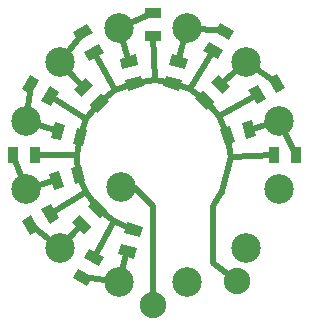
<source format=gbl>
G04 #@! TF.FileFunction,Copper,L2,Bot,Signal*
%FSLAX46Y46*%
G04 Gerber Fmt 4.6, Leading zero omitted, Abs format (unit mm)*
G04 Created by KiCad (PCBNEW (2014-12-07 BZR 5316)-product) date 01/01/2015 14:19:40*
%MOMM*%
G01*
G04 APERTURE LIST*
%ADD10C,0.100000*%
%ADD11C,2.235200*%
%ADD12R,0.889000X1.397000*%
%ADD13R,1.397000X0.889000*%
%ADD14C,2.500000*%
%ADD15C,0.508000*%
G04 APERTURE END LIST*
D10*
D11*
X142240000Y-99060000D03*
X149352000Y-97028000D03*
D10*
G36*
X136685419Y-97444087D02*
X135475581Y-96745587D01*
X135920081Y-95975691D01*
X137129919Y-96674191D01*
X136685419Y-97444087D01*
X136685419Y-97444087D01*
G37*
G36*
X137637919Y-95794309D02*
X136428081Y-95095809D01*
X136872581Y-94325913D01*
X138082419Y-95024413D01*
X137637919Y-95794309D01*
X137637919Y-95794309D01*
G37*
G36*
X131854413Y-93124419D02*
X131155913Y-91914581D01*
X131925809Y-91470081D01*
X132624309Y-92679919D01*
X131854413Y-93124419D01*
X131854413Y-93124419D01*
G37*
G36*
X133504191Y-92171919D02*
X132805691Y-90962081D01*
X133575587Y-90517581D01*
X134274087Y-91727419D01*
X133504191Y-92171919D01*
X133504191Y-92171919D01*
G37*
D12*
X130365500Y-86360000D03*
X132270500Y-86360000D03*
D10*
G36*
X131155913Y-80805419D02*
X131854413Y-79595581D01*
X132624309Y-80040081D01*
X131925809Y-81249919D01*
X131155913Y-80805419D01*
X131155913Y-80805419D01*
G37*
G36*
X132805691Y-81757919D02*
X133504191Y-80548081D01*
X134274087Y-80992581D01*
X133575587Y-82202419D01*
X132805691Y-81757919D01*
X132805691Y-81757919D01*
G37*
G36*
X135475581Y-75974413D02*
X136685419Y-75275913D01*
X137129919Y-76045809D01*
X135920081Y-76744309D01*
X135475581Y-75974413D01*
X135475581Y-75974413D01*
G37*
G36*
X136428081Y-77624191D02*
X137637919Y-76925691D01*
X138082419Y-77695587D01*
X136872581Y-78394087D01*
X136428081Y-77624191D01*
X136428081Y-77624191D01*
G37*
D13*
X142240000Y-74358500D03*
X142240000Y-76263500D03*
D10*
G36*
X147921581Y-75148913D02*
X149131419Y-75847413D01*
X148686919Y-76617309D01*
X147477081Y-75918809D01*
X147921581Y-75148913D01*
X147921581Y-75148913D01*
G37*
G36*
X146969081Y-76798691D02*
X148178919Y-77497191D01*
X147734419Y-78267087D01*
X146524581Y-77568587D01*
X146969081Y-76798691D01*
X146969081Y-76798691D01*
G37*
G36*
X152752587Y-79468581D02*
X153451087Y-80678419D01*
X152681191Y-81122919D01*
X151982691Y-79913081D01*
X152752587Y-79468581D01*
X152752587Y-79468581D01*
G37*
G36*
X151102809Y-80421081D02*
X151801309Y-81630919D01*
X151031413Y-82075419D01*
X150332913Y-80865581D01*
X151102809Y-80421081D01*
X151102809Y-80421081D01*
G37*
D12*
X154368500Y-86360000D03*
X152463500Y-86360000D03*
D10*
G36*
X140648129Y-95129183D02*
X139298731Y-94767613D01*
X139528821Y-93908905D01*
X140878219Y-94270475D01*
X140648129Y-95129183D01*
X140648129Y-95129183D01*
G37*
G36*
X141141179Y-93289095D02*
X139791781Y-92927525D01*
X140021871Y-92068817D01*
X141371269Y-92430387D01*
X141141179Y-93289095D01*
X141141179Y-93289095D01*
G37*
G36*
X136412086Y-93048742D02*
X135424258Y-92060914D01*
X136052876Y-91432296D01*
X137040704Y-92420124D01*
X136412086Y-93048742D01*
X136412086Y-93048742D01*
G37*
G36*
X137759124Y-91701704D02*
X136771296Y-90713876D01*
X137399914Y-90085258D01*
X138387742Y-91073086D01*
X137759124Y-91701704D01*
X137759124Y-91701704D01*
G37*
G36*
X133832387Y-89301269D02*
X133470817Y-87951871D01*
X134329525Y-87721781D01*
X134691095Y-89071179D01*
X133832387Y-89301269D01*
X133832387Y-89301269D01*
G37*
G36*
X135672475Y-88808219D02*
X135310905Y-87458821D01*
X136169613Y-87228731D01*
X136531183Y-88578129D01*
X135672475Y-88808219D01*
X135672475Y-88808219D01*
G37*
G36*
X133597817Y-84895129D02*
X133959387Y-83545731D01*
X134818095Y-83775821D01*
X134456525Y-85125219D01*
X133597817Y-84895129D01*
X133597817Y-84895129D01*
G37*
G36*
X135437905Y-85388179D02*
X135799475Y-84038781D01*
X136658183Y-84268871D01*
X136296613Y-85618269D01*
X135437905Y-85388179D01*
X135437905Y-85388179D01*
G37*
G36*
X135551258Y-80786086D02*
X136539086Y-79798258D01*
X137167704Y-80426876D01*
X136179876Y-81414704D01*
X135551258Y-80786086D01*
X135551258Y-80786086D01*
G37*
G36*
X136898296Y-82133124D02*
X137886124Y-81145296D01*
X138514742Y-81773914D01*
X137526914Y-82761742D01*
X136898296Y-82133124D01*
X136898296Y-82133124D01*
G37*
G36*
X139425731Y-78206387D02*
X140775129Y-77844817D01*
X141005219Y-78703525D01*
X139655821Y-79065095D01*
X139425731Y-78206387D01*
X139425731Y-78206387D01*
G37*
G36*
X139918781Y-80046475D02*
X141268179Y-79684905D01*
X141498269Y-80543613D01*
X140148871Y-80905183D01*
X139918781Y-80046475D01*
X139918781Y-80046475D01*
G37*
G36*
X143831871Y-77844817D02*
X145181269Y-78206387D01*
X144951179Y-79065095D01*
X143601781Y-78703525D01*
X143831871Y-77844817D01*
X143831871Y-77844817D01*
G37*
G36*
X143338821Y-79684905D02*
X144688219Y-80046475D01*
X144458129Y-80905183D01*
X143108731Y-80543613D01*
X143338821Y-79684905D01*
X143338821Y-79684905D01*
G37*
G36*
X147813914Y-79544258D02*
X148801742Y-80532086D01*
X148173124Y-81160704D01*
X147185296Y-80172876D01*
X147813914Y-79544258D01*
X147813914Y-79544258D01*
G37*
G36*
X146466876Y-80891296D02*
X147454704Y-81879124D01*
X146826086Y-82507742D01*
X145838258Y-81519914D01*
X146466876Y-80891296D01*
X146466876Y-80891296D01*
G37*
G36*
X150647613Y-83418731D02*
X151009183Y-84768129D01*
X150150475Y-84998219D01*
X149788905Y-83648821D01*
X150647613Y-83418731D01*
X150647613Y-83418731D01*
G37*
G36*
X148807525Y-83911781D02*
X149169095Y-85261179D01*
X148310387Y-85491269D01*
X147948817Y-84141871D01*
X148807525Y-83911781D01*
X148807525Y-83911781D01*
G37*
D14*
X145112891Y-97081776D03*
X139367109Y-97081776D03*
X134391115Y-94208885D03*
X131518224Y-89232891D03*
X131518224Y-83487109D03*
X134391115Y-78511115D03*
X139367109Y-75638224D03*
X145112891Y-75638224D03*
X150088885Y-78511115D03*
X152961776Y-83487109D03*
X152961776Y-89232891D03*
X150088885Y-94208885D03*
X139530000Y-89060000D03*
D15*
X139367109Y-97081776D02*
X140088475Y-94519044D01*
X136302750Y-96709889D02*
X139367109Y-97081776D01*
X148111882Y-89415472D02*
X148844000Y-86487000D01*
X148082000Y-89535000D02*
X148111882Y-89415472D01*
X152463500Y-86360000D02*
X148844000Y-86487000D01*
X148844000Y-86487000D02*
X148558956Y-84701525D01*
X137255250Y-95060111D02*
X138954446Y-91938471D01*
X138954446Y-91938471D02*
X138954446Y-91938472D01*
X133539889Y-91344750D02*
X136564536Y-89481141D01*
X132270500Y-86360000D02*
X135794044Y-86360000D01*
X133539889Y-81375250D02*
X136614485Y-83322078D01*
X137255250Y-77659889D02*
X139009862Y-80883336D01*
X142240000Y-76263500D02*
X142380172Y-79978048D01*
X147351750Y-77532889D02*
X145390372Y-80768105D01*
X151067111Y-81248250D02*
X147802246Y-83088701D01*
X147802246Y-83088701D02*
X147802246Y-83088700D01*
X148558956Y-84701525D02*
X147802246Y-83088700D01*
X147802246Y-83088700D02*
X146646481Y-81699519D01*
X146646481Y-81699519D02*
X145390372Y-80768105D01*
X145390372Y-80768105D02*
X143898475Y-80295044D01*
X143898475Y-80295044D02*
X142380172Y-79978048D01*
X142380172Y-79978048D02*
X140708525Y-80295044D01*
X140708525Y-80295044D02*
X139009862Y-80883336D01*
X139009862Y-80883336D02*
X137706519Y-81953519D01*
X137706519Y-81953519D02*
X136614485Y-83322078D01*
X136614485Y-83322078D02*
X136048044Y-84828525D01*
X136048044Y-84828525D02*
X135794044Y-86360000D01*
X135794044Y-86360000D02*
X135921044Y-88018475D01*
X135921044Y-88018475D02*
X136564536Y-89481141D01*
X136564536Y-89481141D02*
X137579519Y-90893481D01*
X137579519Y-90893481D02*
X138954446Y-91938472D01*
X138954446Y-91938472D02*
X140581525Y-92678956D01*
X147320000Y-90715354D02*
X147320000Y-95504000D01*
X147320000Y-95504000D02*
X149352000Y-97028000D01*
X148111882Y-89415472D02*
X147320000Y-90715354D01*
X134391115Y-94208885D02*
X136232481Y-92240519D01*
X131890111Y-92297250D02*
X134391115Y-94208885D01*
X131518224Y-89232891D02*
X134080956Y-88511525D01*
X130365500Y-86360000D02*
X131518224Y-89232891D01*
X131518224Y-83487109D02*
X134207956Y-84335475D01*
X131890111Y-80422750D02*
X131518224Y-83487109D01*
X134391115Y-78511115D02*
X136359481Y-80606481D01*
X136302750Y-76010111D02*
X134391115Y-78511115D01*
X139367109Y-75638224D02*
X140215475Y-78454956D01*
X142240000Y-74358500D02*
X139367109Y-75638224D01*
X145112891Y-75638224D02*
X144391525Y-78454956D01*
X148304250Y-75883111D02*
X145112891Y-75638224D01*
X150088885Y-78511115D02*
X147993519Y-80352481D01*
X152716889Y-80295750D02*
X150088885Y-78511115D01*
X152961776Y-83487109D02*
X150399044Y-84208475D01*
X154368500Y-86360000D02*
X152961776Y-83487109D01*
X142240000Y-90678000D02*
X142240000Y-99060000D01*
X140622000Y-89060000D02*
X142240000Y-90678000D01*
X139530000Y-89060000D02*
X140622000Y-89060000D01*
M02*

</source>
